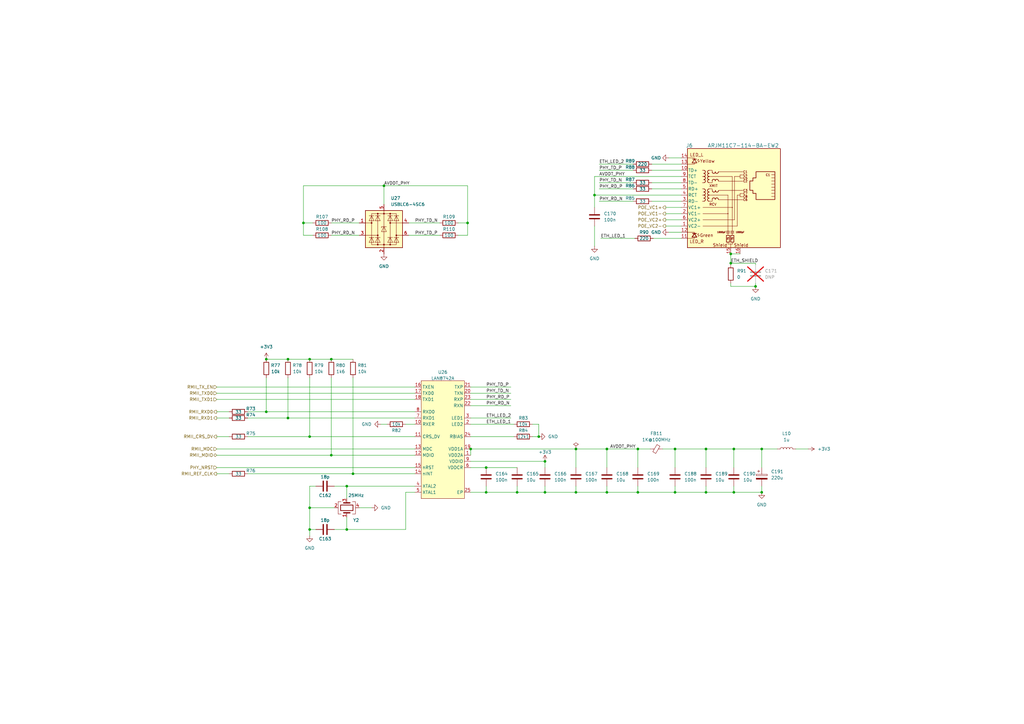
<source format=kicad_sch>
(kicad_sch (version 20230121) (generator eeschema)
  (paper "A3")
  (title_block (title "Kirdy") (date "2022-07-03") (rev "r0.1") (company "M-Labs") (comment 1 "Alex Wong Tat Hang"))
  (lib_symbols
    (symbol "Device:C" (pin_numbers hide) (pin_names (offset 0.254))
      (property "Reference" "C" (at 0.635 2.54 0))
      (property "Value" "C" (at 0.635 -2.54 0))
      (symbol "C_0_1"
        (polyline (pts (xy -2.032 -0.762) (xy 2.032 -0.762)) (stroke (width 0.508)))
        (polyline (pts (xy -2.032 0.762) (xy 2.032 0.762)) (stroke (width 0.508)))
      )
      (symbol "C_1_1"
        (pin passive line (at 0 3.81 270) (length 2.794) (name "~") (number "1"))
        (pin passive line (at 0 -3.81 90) (length 2.794) (name "~") (number "2"))
      )
    )
    (symbol "Device:C_Polarized" (pin_numbers hide) (pin_names (offset 0.254))
      (property "Reference" "C" (at 0.635 2.54 0))
      (property "Value" "C_Polarized" (at 0.635 -2.54 0))
      (symbol "C_Polarized_0_1"
        (rectangle (start -2.286 0.508) (end 2.286 1.016))
        (polyline (pts (xy -1.778 2.286) (xy -0.762 2.286)))
        (polyline (pts (xy -1.27 2.794) (xy -1.27 1.778)))
        (rectangle (start 2.286 -0.508) (end -2.286 -1.016) (fill (type outline)))
      )
      (symbol "C_Polarized_1_1"
        (pin passive line (at 0 3.81 270) (length 2.794) (name "~") (number "1"))
        (pin passive line (at 0 -3.81 90) (length 2.794) (name "~") (number "2"))
      )
    )
    (symbol "Device:Crystal_GND24" (pin_names (offset 1.016) hide)
      (property "Reference" "Y" (at 3.175 5.08 0))
      (property "Value" "Crystal_GND24" (at 3.175 3.175 0))
      (symbol "Crystal_GND24_0_1"
        (rectangle (start -1.143 2.54) (end 1.143 -2.54) (stroke (width 0.3048)))
        (polyline (pts (xy -2.54 0) (xy -2.032 0)))
        (polyline (pts (xy -2.032 -1.27) (xy -2.032 1.27)) (stroke (width 0.508)))
        (polyline (pts (xy 0 -3.81) (xy 0 -3.556)))
        (polyline (pts (xy 0 3.556) (xy 0 3.81)))
        (polyline (pts (xy 2.032 -1.27) (xy 2.032 1.27)) (stroke (width 0.508)))
        (polyline (pts (xy 2.032 0) (xy 2.54 0)))
        (polyline (pts (xy -2.54 -2.286) (xy -2.54 -3.556) (xy 2.54 -3.556) (xy 2.54 -2.286)))
        (polyline (pts (xy -2.54 2.286) (xy -2.54 3.556) (xy 2.54 3.556) (xy 2.54 2.286)))
      )
      (symbol "Crystal_GND24_1_1"
        (pin passive line (at -3.81 0 0) (length 1.27) (name "1") (number "1"))
        (pin passive line (at 0 5.08 270) (length 1.27) (name "2") (number "2"))
        (pin passive line (at 3.81 0 180) (length 1.27) (name "3") (number "3"))
        (pin passive line (at 0 -5.08 90) (length 1.27) (name "4") (number "4"))
      )
    )
    (symbol "Device:FerriteBead_Small" (pin_numbers hide) (pin_names (offset 0))
      (property "Reference" "FB" (at 1.905 1.27 0))
      (property "Value" "FerriteBead_Small" (at 1.905 -1.27 0))
      (symbol "FerriteBead_Small_0_1"
        (polyline (pts (xy 0 -1.27) (xy 0 -0.7874)))
        (polyline (pts (xy 0 0.889) (xy 0 1.2954)))
        (polyline (pts (xy -1.8288 0.2794) (xy -1.1176 1.4986) (xy 1.8288 -0.2032) (xy 1.1176 -1.4224) (xy -1.8288 0.2794)))
      )
      (symbol "FerriteBead_Small_1_1"
        (pin passive line (at 0 2.54 270) (length 1.27) (name "~") (number "1"))
        (pin passive line (at 0 -2.54 90) (length 1.27) (name "~") (number "2"))
      )
    )
    (symbol "Device:L" (pin_numbers hide) (pin_names (offset 1.016) hide)
      (property "Reference" "L" (at -1.27 0 90))
      (property "Value" "L" (at 1.905 0 90))
      (symbol "L_0_1"
        (arc (start 0 -2.54) (mid 0.6323 -1.905) (end 0 -1.27))
        (arc (start 0 -1.27) (mid 0.6323 -0.635) (end 0 0))
        (arc (start 0 0) (mid 0.6323 0.635) (end 0 1.27))
        (arc (start 0 1.27) (mid 0.6323 1.905) (end 0 2.54))
      )
      (symbol "L_1_1"
        (pin passive line (at 0 3.81 270) (length 1.27) (name "1") (number "1"))
        (pin passive line (at 0 -3.81 90) (length 1.27) (name "2") (number "2"))
      )
    )
    (symbol "Device:R" (pin_numbers hide) (pin_names (offset 0))
      (property "Reference" "R" (at 2.032 0 90))
      (property "Value" "R" (at 0 0 90))
      (symbol "R_0_1"
        (rectangle (start -1.016 -2.54) (end 1.016 2.54) (stroke (width 0.254)))
      )
      (symbol "R_1_1"
        (pin passive line (at 0 3.81 270) (length 1.27) (name "~") (number "1"))
        (pin passive line (at 0 -3.81 90) (length 1.27) (name "~") (number "2"))
      )
    )
    (symbol "Power_Protection:USBLC6-4SC6" (pin_names hide)
      (property "Reference" "U" (at 2.54 8.89 0))
      (property "Value" "USBLC6-4SC6" (at 2.54 -8.89 0))
      (symbol "USBLC6-4SC6_0_1"
        (rectangle (start -7.62 -7.62) (end 7.62 7.62) (stroke (width 0.254)) (fill (type background)))
        (circle (center -5.08 2.54) (radius 0.254) (fill (type outline)))
        (circle (center -2.54 -6.35) (radius 0.254) (fill (type outline)))
        (circle (center -2.54 -2.54) (radius 0.254) (fill (type outline)))
        (circle (center -2.54 6.35) (radius 0.254) (fill (type outline)))
        (rectangle (start -2.54 6.35) (end 2.54 -6.35))
        (circle (center 0 -6.35) (radius 0.254) (fill (type outline)))
        (polyline (pts (xy -5.08 2.54) (xy -7.62 2.54)))
        (polyline (pts (xy -4.064 -3.429) (xy -6.096 -3.429)))
        (polyline (pts (xy -4.064 5.461) (xy -6.096 5.461)))
        (polyline (pts (xy -2.54 -2.54) (xy -7.62 -2.54)))
        (polyline (pts (xy -1.524 -3.429) (xy -3.556 -3.429)))
        (polyline (pts (xy -1.524 5.461) (xy -3.556 5.461)))
        (polyline (pts (xy 0 -7.62) (xy 0 -6.35)))
        (polyline (pts (xy 0 -6.35) (xy 0 1.27)))
        (polyline (pts (xy 0 1.27) (xy 0 6.35)))
        (polyline (pts (xy 0 6.35) (xy 0 7.62)))
        (polyline (pts (xy 1.524 -3.429) (xy 3.556 -3.429)))
        (polyline (pts (xy 1.524 5.461) (xy 3.556 5.461)))
        (polyline (pts (xy 2.54 2.54) (xy 7.62 2.54)))
        (polyline (pts (xy 4.064 -3.429) (xy 6.096 -3.429)))
        (polyline (pts (xy 4.064 5.461) (xy 6.096 5.461)))
        (polyline (pts (xy 5.08 -2.54) (xy 7.62 -2.54)))
        (polyline (pts (xy -6.096 -5.461) (xy -4.064 -5.461) (xy -5.08 -3.429) (xy -6.096 -5.461)))
        (polyline (pts (xy -6.096 3.429) (xy -4.064 3.429) (xy -5.08 5.461) (xy -6.096 3.429)))
        (polyline (pts (xy -3.556 -5.461) (xy -1.524 -5.461) (xy -2.54 -3.429) (xy -3.556 -5.461)))
        (polyline (pts (xy -3.556 3.429) (xy -1.524 3.429) (xy -2.54 5.461) (xy -3.556 3.429)))
        (polyline (pts (xy -2.54 6.35) (xy -5.08 6.35) (xy -5.08 -6.35) (xy -2.54 -6.35)))
        (polyline (pts (xy -1.016 -1.016) (xy 1.016 -1.016) (xy 0 1.016) (xy -1.016 -1.016)))
        (polyline (pts (xy 1.016 1.016) (xy 0.762 1.016) (xy -1.016 1.016) (xy -1.016 0.508)))
        (polyline (pts (xy 2.54 6.35) (xy 5.08 6.35) (xy 5.08 -6.35) (xy 2.54 -6.35)))
        (polyline (pts (xy 3.556 -5.461) (xy 1.524 -5.461) (xy 2.54 -3.429) (xy 3.556 -5.461)))
        (polyline (pts (xy 3.556 3.429) (xy 1.524 3.429) (xy 2.54 5.461) (xy 3.556 3.429)))
        (polyline (pts (xy 6.096 -5.461) (xy 4.064 -5.461) (xy 5.08 -3.429) (xy 6.096 -5.461)))
        (polyline (pts (xy 6.096 3.429) (xy 4.064 3.429) (xy 5.08 5.461) (xy 6.096 3.429)))
        (circle (center 0 6.35) (radius 0.254) (fill (type outline)))
        (circle (center 2.54 -6.35) (radius 0.254) (fill (type outline)))
        (circle (center 2.54 2.54) (radius 0.254) (fill (type outline)))
        (circle (center 2.54 6.35) (radius 0.254) (fill (type outline)))
        (circle (center 5.08 -2.54) (radius 0.254) (fill (type outline)))
      )
      (symbol "USBLC6-4SC6_1_1"
        (pin passive line (at -10.16 2.54 0) (length 2.54) (name "I/O1") (number "1"))
        (pin passive line (at 0 -10.16 90) (length 2.54) (name "GND") (number "2"))
        (pin passive line (at -10.16 -2.54 0) (length 2.54) (name "I/O2") (number "3"))
        (pin passive line (at 10.16 2.54 180) (length 2.54) (name "I/O3") (number "4"))
        (pin passive line (at 0 10.16 270) (length 2.54) (name "VBUS") (number "5"))
        (pin passive line (at 10.16 -2.54 180) (length 2.54) (name "I/O4") (number "6"))
      )
    )
    (symbol "kirdy:LAN8742A"
      (property "Reference" "U" (at 0 -30.48 0))
      (property "Value" "LAN8742A" (at 0 -27.94 0))
      (symbol "LAN8742A_0_0"
        (pin power_in line (at 10.16 -7.62 180) (length 2.54) (name "VDD2A") (number "1"))
        (pin bidirectional line (at -12.7 5.08 0) (length 2.54) (name "RXER") (number "10"))
        (pin output line (at -12.7 0 0) (length 2.54) (name "CRS_DV") (number "11"))
        (pin bidirectional line (at -12.7 -7.62 0) (length 2.54) (name "MDIO") (number "12"))
        (pin input line (at -12.7 -5.08 0) (length 2.54) (name "MDC") (number "13"))
        (pin output line (at -12.7 -15.24 0) (length 2.54) (name "nINT") (number "14"))
        (pin input line (at -12.7 -12.7 0) (length 2.54) (name "nRST") (number "15"))
        (pin input line (at -12.7 20.32 0) (length 2.54) (name "TXEN") (number "16"))
        (pin input line (at -12.7 17.78 0) (length 2.54) (name "TXD0") (number "17"))
        (pin input line (at -12.7 15.24 0) (length 2.54) (name "TXD1") (number "18"))
        (pin power_in line (at 10.16 -5.08 180) (length 2.54) (name "VDD1A") (number "19"))
        (pin output line (at 10.16 5.08 180) (length 2.54) (name "LED2") (number "2"))
        (pin bidirectional line (at 10.16 17.78 180) (length 2.54) (name "TXN") (number "20"))
        (pin bidirectional line (at 10.16 20.32 180) (length 2.54) (name "TXP") (number "21"))
        (pin bidirectional line (at 10.16 12.7 180) (length 2.54) (name "RXN") (number "22"))
        (pin bidirectional line (at 10.16 15.24 180) (length 2.54) (name "RXP") (number "23"))
        (pin passive line (at 10.16 0 180) (length 2.54) (name "RBIAS") (number "24"))
        (pin power_in line (at 10.16 -22.86 180) (length 2.54) (name "EP") (number "25"))
        (pin output line (at 10.16 7.62 180) (length 2.54) (name "LED1") (number "3"))
        (pin input line (at -12.7 -20.32 0) (length 2.54) (name "XTAL2") (number "4"))
        (pin input line (at -12.7 -22.86 0) (length 2.54) (name "XTAL1") (number "5"))
        (pin passive line (at 10.16 -12.7 180) (length 2.54) (name "VDDCR") (number "6"))
        (pin output line (at -12.7 7.62 0) (length 2.54) (name "RXD1") (number "7"))
        (pin output line (at -12.7 10.16 0) (length 2.54) (name "RXD0") (number "8"))
        (pin power_in line (at 10.16 -10.16 180) (length 2.54) (name "VDDIO") (number "9"))
      )
      (symbol "LAN8742A_0_1"
        (rectangle (start -10.16 22.86) (end 7.62 -25.4) (fill (type background)))
      )
    )
    (symbol "kirdy:RJ45_ARJM11C7-114-BA-EW2" (pin_names (offset 0.254))
      (property "Reference" "J" (at 1.27 1.27 0))
      (property "Value" "ARJM11C7-114-BA-EW2" (at 24.13 1.27 0))
      (symbol "RJ45_ARJM11C7-114-BA-EW2_0_0"
        (polyline (pts (xy 17.272 -34.544) (xy 16.002 -34.544)) (stroke (width 0.254)))
        (polyline (pts (xy 17.272 -33.909) (xy 16.002 -33.909)) (stroke (width 0.254)))
        (polyline (pts (xy 19.05 -34.544) (xy 17.78 -34.544)) (stroke (width 0.254)))
        (polyline (pts (xy 19.05 -33.909) (xy 17.78 -33.909)) (stroke (width 0.254)))
        (polyline (pts (xy 0 -36.83) (xy 2.921 -36.83) (xy 2.921 -36.322)))
        (polyline (pts (xy 0 -6.35) (xy 2.921 -6.35) (xy 2.921 -5.842)))
        (polyline (pts (xy 2.921 -34.925) (xy 2.921 -34.29) (xy 0 -34.29)))
        (polyline (pts (xy 2.921 -4.445) (xy 2.921 -3.81) (xy 0 -3.81)))
        (polyline (pts (xy 16.637 -38.481) (xy 16.637 -39.116) (xy 18.542 -39.116) (xy 18.542 -38.481)))
        (text "C1" (at 23.749 -9.525 0) (effects (font (size 0.889 0.889))))
        (text "C1" (at 33.02 -10.795 0) (effects (font (size 0.889 0.889))))
        (text "C2" (at 23.749 -13.335 0) (effects (font (size 0.889 0.889))))
        (text "C3" (at 23.749 -17.145 0) (effects (font (size 0.889 0.889))))
        (text "C4" (at 23.749 -10.795 0) (effects (font (size 0.889 0.889))))
        (text "C5" (at 23.749 -12.065 0) (effects (font (size 0.889 0.889))))
        (text "C6" (at 23.749 -20.955 0) (effects (font (size 0.889 0.889))))
        (text "C7" (at 23.749 -18.415 0) (effects (font (size 0.889 0.889))))
        (text "C8" (at 23.749 -19.685 0) (effects (font (size 0.889 0.889))))
        (text "RCV" (at 8.89 -22.86 0) (effects (font (size 1.016 1.016)) (justify left)))
        (text "XMIT" (at 8.89 -15.24 0) (effects (font (size 1.016 1.016)) (justify left)))
      )
      (symbol "RJ45_ARJM11C7-114-BA-EW2_0_1"
        (polyline (pts (xy 6.35 -31.75) (xy 20.447 -31.75)))
        (polyline (pts (xy 6.35 -29.21) (xy 19.304 -29.21)))
        (polyline (pts (xy 6.35 -26.67) (xy 16.637 -26.67)))
        (polyline (pts (xy 6.35 -24.13) (xy 18.415 -24.13)))
        (polyline (pts (xy 6.7337 -21.59) (xy 6.0987 -21.59)))
        (polyline (pts (xy 6.7337 -19.05) (xy 6.0987 -19.05)))
        (polyline (pts (xy 6.7337 -16.51) (xy 6.0987 -16.51)))
        (polyline (pts (xy 6.7337 -13.97) (xy 6.0987 -13.97)))
        (polyline (pts (xy 6.7337 -11.43) (xy 6.0987 -11.43)))
        (polyline (pts (xy 6.7337 -8.89) (xy 6.0987 -8.89)))
        (polyline (pts (xy 12.7 -20.955) (xy 22.733 -20.955)))
        (polyline (pts (xy 12.7 -13.335) (xy 22.733 -13.335)))
        (polyline (pts (xy 12.7 -9.525) (xy 22.733 -9.525)))
        (polyline (pts (xy 12.827 -17.145) (xy 22.733 -17.145)))
        (polyline (pts (xy 16.637 -35.433) (xy 16.637 -34.671)))
        (polyline (pts (xy 16.637 -33.909) (xy 16.637 -19.05)))
        (polyline (pts (xy 16.637 -19.05) (xy 8.89 -19.05)))
        (polyline (pts (xy 18.415 -35.433) (xy 18.415 -34.671)))
        (polyline (pts (xy 18.415 -33.909) (xy 18.415 -11.43)))
        (polyline (pts (xy 18.415 -24.13) (xy 18.415 -24.13)))
        (polyline (pts (xy 18.415 -11.43) (xy 8.89 -11.43)))
        (polyline (pts (xy 19.304 -11.43) (xy 19.304 -29.21)))
        (polyline (pts (xy 20.447 -19.05) (xy 20.447 -31.75)))
        (polyline (pts (xy 21.59 -19.685) (xy 21.59 -18.415)))
        (polyline (pts (xy 21.59 -19.05) (xy 20.447 -19.05)))
        (polyline (pts (xy 21.59 -12.065) (xy 21.59 -10.795)))
        (polyline (pts (xy 21.59 -11.43) (xy 19.304 -11.43)))
        (polyline (pts (xy 22.733 -19.685) (xy 21.59 -19.685)))
        (polyline (pts (xy 22.733 -18.415) (xy 21.59 -18.415)))
        (polyline (pts (xy 22.733 -12.065) (xy 21.59 -12.065)))
        (polyline (pts (xy 22.733 -10.795) (xy 21.59 -10.795)))
        (polyline (pts (xy 34.4805 -19.6215) (xy 35.7505 -19.6215)))
        (polyline (pts (xy 34.4805 -18.3515) (xy 35.7505 -18.3515)))
        (polyline (pts (xy 34.4805 -10.7315) (xy 35.7505 -10.7315)))
        (polyline (pts (xy 35.7505 -17.0815) (xy 34.4805 -17.0815)))
        (polyline (pts (xy 35.7505 -15.8115) (xy 34.4805 -15.8115)))
        (polyline (pts (xy 35.7505 -14.5415) (xy 34.4805 -14.5415)))
        (polyline (pts (xy 35.7505 -13.2715) (xy 34.4805 -13.2715)))
        (polyline (pts (xy 35.7505 -12.0015) (xy 34.4805 -12.0015)))
        (polyline (pts (xy 8.89 -16.51) (xy 10.16 -16.51) (xy 10.16 -17.145)))
        (polyline (pts (xy 8.89 -8.89) (xy 10.16 -8.89) (xy 10.16 -9.525)))
        (polyline (pts (xy 10.16 -20.955) (xy 10.16 -21.59) (xy 8.89 -21.59)))
        (polyline (pts (xy 10.16 -13.335) (xy 10.16 -13.97) (xy 8.89 -13.97)))
        (rectangle (start 0 0) (end 38.1 -40.64) (stroke (width 0.254)) (fill (type background)))
        (circle (center 16.637 -26.67) (radius 0.127))
        (circle (center 18.415 -24.13) (radius 0.127))
      )
      (symbol "RJ45_ARJM11C7-114-BA-EW2_1_0"
        (text "1000pF" (at 13.97 -34.29 0) (effects (font (size 0.635 0.635))))
        (text "1000pF" (at 21.59 -34.29 0) (effects (font (size 0.635 0.635))))
      )
      (symbol "RJ45_ARJM11C7-114-BA-EW2_1_1"
        (polyline (pts (xy 3.6576 -34.798) (xy 2.1336 -34.798)) (stroke (width 0.254)))
        (polyline (pts (xy 3.683 -34.798) (xy 2.159 -34.798)) (stroke (width 0.254)))
        (polyline (pts (xy 3.683 -4.318) (xy 2.159 -4.318)) (stroke (width 0.254)))
        (polyline (pts (xy 4.5466 -34.925) (xy 4.5466 -35.179)))
        (polyline (pts (xy 4.572 -4.445) (xy 4.572 -4.699)))
        (polyline (pts (xy 4.8006 -35.56) (xy 4.8006 -35.814)))
        (polyline (pts (xy 4.826 -5.08) (xy 4.826 -5.334)))
        (polyline (pts (xy 17.8054 -40.64) (xy 17.8054 -39.116)))
        (polyline (pts (xy 4.0386 -35.433) (xy 4.5466 -34.925) (xy 4.2926 -34.925)))
        (polyline (pts (xy 4.064 -4.953) (xy 4.572 -4.445) (xy 4.318 -4.445)))
        (polyline (pts (xy 4.2926 -36.068) (xy 4.8006 -35.56) (xy 4.5466 -35.56)))
        (polyline (pts (xy 4.318 -5.588) (xy 4.826 -5.08) (xy 4.572 -5.08)))
        (polyline (pts (xy 3.7846 -36.322) (xy 1.8796 -36.322) (xy 2.8956 -34.798) (xy 3.7846 -36.322)) (stroke (width 0.254)))
        (polyline (pts (xy 3.81 -36.322) (xy 1.905 -36.322) (xy 2.921 -34.798) (xy 3.81 -36.322)) (stroke (width 0.254)))
        (polyline (pts (xy 3.81 -5.842) (xy 1.905 -5.842) (xy 2.921 -4.318) (xy 3.81 -5.842)) (stroke (width 0.254)))
        (polyline (pts (xy 35.8775 -9.4615) (xy 35.8775 -20.8915) (xy 28.1305 -20.8915) (xy 28.1305 -18.3515) (xy 26.8605 -18.3515) (xy 26.8605 -17.0815) (xy 25.5905 -17.0815) (xy 25.5905 -13.2715) (xy 26.8605 -13.2715) (xy 26.8605 -12.0015) (xy 28.1305 -12.0015) (xy 28.1305 -9.4615) (xy 35.8775 -9.4615)) (stroke (width 0.254)))
        (arc (start 6.7337 -17.78) (mid 7.366 -17.145) (end 6.7337 -16.51) (stroke (width 0.254)))
        (arc (start 6.7364 -21.59) (mid 7.3687 -20.955) (end 6.7364 -20.32) (stroke (width 0.254)))
        (arc (start 6.7364 -20.32) (mid 7.3687 -19.685) (end 6.7364 -19.05) (stroke (width 0.254)))
        (arc (start 6.7364 -19.05) (mid 7.3687 -18.415) (end 6.7364 -17.78) (stroke (width 0.254)))
        (arc (start 6.7364 -10.16) (mid 7.3687 -9.525) (end 6.7364 -8.89) (stroke (width 0.254)))
        (arc (start 6.7391 -13.97) (mid 7.3714 -13.335) (end 6.7391 -12.7) (stroke (width 0.254)))
        (arc (start 6.7391 -12.7) (mid 7.3714 -12.065) (end 6.7391 -11.43) (stroke (width 0.254)))
        (arc (start 6.7391 -11.43) (mid 7.3714 -10.795) (end 6.7391 -10.16) (stroke (width 0.254)))
        (arc (start 8.8846 -19.05) (mid 8.2523 -19.685) (end 8.8846 -20.32) (stroke (width 0.254)))
        (arc (start 8.8846 -17.78) (mid 8.2523 -18.415) (end 8.8846 -19.05) (stroke (width 0.254)))
        (arc (start 8.8846 -16.51) (mid 8.2523 -17.145) (end 8.8846 -17.78) (stroke (width 0.254)))
        (arc (start 8.8846 -11.43) (mid 8.2523 -12.065) (end 8.8846 -12.7) (stroke (width 0.254)))
        (arc (start 8.8846 -10.16) (mid 8.2523 -10.795) (end 8.8846 -11.43) (stroke (width 0.254)))
        (arc (start 8.8846 -8.89) (mid 8.2523 -9.525) (end 8.8846 -10.16) (stroke (width 0.254)))
        (arc (start 8.8873 -20.32) (mid 8.255 -20.955) (end 8.8873 -21.59) (stroke (width 0.254)))
        (arc (start 8.8873 -12.7) (mid 8.255 -13.335) (end 8.8873 -13.97) (stroke (width 0.254)))
        (arc (start 10.16 -9.5277) (mid 10.795 -10.16) (end 11.43 -9.5277) (stroke (width 0.254)))
        (arc (start 10.2235 -17.2112) (mid 10.8585 -17.8435) (end 11.4935 -17.2112) (stroke (width 0.254)))
        (arc (start 11.43 -20.8253) (mid 10.795 -20.193) (end 10.16 -20.8253) (stroke (width 0.254)))
        (arc (start 11.43 -13.2053) (mid 10.795 -12.573) (end 10.16 -13.2053) (stroke (width 0.254)))
        (arc (start 11.43 -9.525) (mid 12.065 -10.1573) (end 12.7 -9.525) (stroke (width 0.254)))
        (arc (start 11.4935 -17.2085) (mid 12.1285 -17.8408) (end 12.7635 -17.2085) (stroke (width 0.254)))
        (arc (start 12.7 -20.8226) (mid 12.065 -20.1903) (end 11.43 -20.8226) (stroke (width 0.254)))
        (arc (start 12.7 -13.2026) (mid 12.065 -12.5703) (end 11.43 -13.2026) (stroke (width 0.254)))
        (rectangle (start 16.002 -38.354) (end 17.272 -35.56) (stroke (width 0.254)))
        (rectangle (start 17.78 -38.354) (end 19.05 -35.56) (stroke (width 0.254)))
        (text "75" (at 16.637 -36.957 900) (effects (font (size 0.635 0.635))))
        (text "75" (at 18.415 -36.957 900) (effects (font (size 0.635 0.635))))
        (text "Green" (at 5.08 -35.56 0) (effects (font (size 1.27 1.27)) (justify left)))
        (text "LED_L" (at 3.81 -2.54 0) (effects (font (size 1.27 1.27))))
        (text "LED_R" (at 3.81 -38.1 0) (effects (font (size 1.27 1.27))))
        (text "Shield" (at 13.3858 -39.5986 0) (effects (font (size 1.27 1.27))))
        (text "Shield" (at 22.0218 -39.5986 0) (effects (font (size 1.27 1.27))))
        (text "Yellow" (at 5.08 -5.08 0) (effects (font (size 1.27 1.27)) (justify left)))
        (pin power_out line (at -2.54 -31.75 0) (length 2.54) (name "VC2-") (number "1"))
        (pin passive line (at -2.54 -8.89 0) (length 2.54) (name "TD+") (number "10"))
        (pin passive line (at -2.54 -36.83 0) (length 2.54) (name "") (number "11"))
        (pin passive line (at -2.54 -34.29 0) (length 2.54) (name "") (number "12"))
        (pin passive line (at -2.54 -6.35 0) (length 2.54) (name "") (number "13"))
        (pin passive line (at -2.54 -3.81 0) (length 2.54) (name "") (number "14"))
        (pin passive line (at 17.78 -43.18 90) (length 2.54) (name "") (number "15"))
        (pin passive line (at 21.59 -43.18 90) (length 2.54) (name "") (number "16"))
        (pin power_out line (at -2.54 -26.67 0) (length 2.54) (name "VC1-") (number "2"))
        (pin passive line (at -2.54 -21.59 0) (length 2.54) (name "RD-") (number "3"))
        (pin passive line (at -2.54 -19.05 0) (length 2.54) (name "RCT") (number "4"))
        (pin passive line (at -2.54 -16.51 0) (length 2.54) (name "RD+") (number "5"))
        (pin power_out line (at -2.54 -29.21 0) (length 2.54) (name "VC2+") (number "6"))
        (pin power_out line (at -2.54 -24.13 0) (length 2.54) (name "VC1+") (number "7"))
        (pin no_connect line (at 22.86 -13.97 180) (length 0) hide (name "NC") (number "8"))
        (pin passive line (at -2.54 -13.97 0) (length 2.54) (name "TD-") (number "8"))
        (pin passive line (at -2.54 -11.43 0) (length 2.54) (name "TCT") (number "9"))
      )
    )
    (symbol "power:+3V3" (power) (pin_names (offset 0))
      (property "Value" "+3V3" (at 0 3.556 0))
      (symbol "+3V3_0_1"
        (polyline (pts (xy -0.762 1.27) (xy 0 2.54)))
        (polyline (pts (xy 0 0) (xy 0 2.54)))
        (polyline (pts (xy 0 2.54) (xy 0.762 1.27)))
      )
      (symbol "+3V3_1_1"
        (pin power_in line (at 0 0 90) (length 0) hide (name "+3V3") (number "1"))
      )
    )
    (symbol "power:GND" (power) (pin_names (offset 0))
      (property "Value" "GND" (at 0 -3.81 0))
      (symbol "GND_0_1"
        (polyline (pts (xy 0 0) (xy 0 -1.27) (xy 1.27 -1.27) (xy 0 -2.54) (xy -1.27 -1.27) (xy 0 -1.27)))
      )
      (symbol "GND_1_1"
        (pin power_in line (at 0 0 270) (length 0) hide (name "GND") (number "1"))
      )
    )
    (symbol "power:PWR_FLAG" (power) (pin_numbers hide) (pin_names (offset 0) hide)
      (property "Value" "PWR_FLAG" (at 0 3.81 0))
      (symbol "PWR_FLAG_0_0"
        (pin power_out line (at 0 0 90) (length 0) (name "pwr") (number "1"))
      )
      (symbol "PWR_FLAG_0_1"
        (polyline (pts (xy 0 0) (xy 0 1.27) (xy -1.016 1.905) (xy 0 2.54) (xy 1.016 1.905) (xy 0 1.27)))
      )
    )
  )
  (junction (at 312.42 184.15))
  (junction (at 223.52 201.93))
  (junction (at 127 217.17))
  (junction (at 157.48 76.2))
  (junction (at 109.22 168.91))
  (junction (at 300.99 201.93))
  (junction (at 135.89 147.32))
  (junction (at 191.77 91.44))
  (junction (at 300.99 184.15))
  (junction (at 236.22 184.15))
  (junction (at 135.89 186.69))
  (junction (at 212.09 201.93))
  (junction (at 248.92 184.15))
  (junction (at 127 147.32))
  (junction (at 109.22 147.32))
  (junction (at 289.56 184.15))
  (junction (at 118.11 171.45))
  (junction (at 144.78 194.31))
  (junction (at 312.42 201.93))
  (junction (at 220.98 179.07))
  (junction (at 309.88 117.475))
  (junction (at 236.22 201.93))
  (junction (at 276.86 201.93))
  (junction (at 199.39 201.93))
  (junction (at 127 208.28))
  (junction (at 261.62 201.93))
  (junction (at 142.24 217.17))
  (junction (at 199.39 191.77))
  (junction (at 299.72 107.95))
  (junction (at 276.86 184.15))
  (junction (at 243.84 80.01))
  (junction (at 127 179.07))
  (junction (at 261.62 184.15))
  (junction (at 248.92 201.93))
  (junction (at 223.52 189.23))
  (junction (at 124.46 91.44))
  (junction (at 118.11 147.32))
  (junction (at 142.24 199.39))
  (junction (at 193.04 184.15))
  (junction (at 289.56 201.93))
  (junction (at 299.72 104.14))
  (wire (pts (xy 127 147.32) (xy 135.89 147.32)))
  (wire (pts (xy 289.56 184.15) (xy 300.99 184.15)))
  (wire (pts (xy 273.05 92.71) (xy 279.4 92.71)))
  (wire (pts (xy 276.86 184.15) (xy 289.56 184.15)))
  (wire (pts (xy 88.9 186.69) (xy 135.89 186.69)))
  (wire (pts (xy 212.09 199.39) (xy 212.09 201.93)))
  (wire (pts (xy 273.05 90.17) (xy 279.4 90.17)))
  (wire (pts (xy 246.38 97.79) (xy 260.35 97.79)))
  (wire (pts (xy 191.77 91.44) (xy 187.96 91.44)))
  (wire (pts (xy 124.46 76.2) (xy 157.48 76.2)))
  (wire (pts (xy 236.22 199.39) (xy 236.22 201.93)))
  (wire (pts (xy 245.745 77.47) (xy 259.715 77.47)))
  (wire (pts (xy 193.04 179.07) (xy 210.82 179.07)))
  (wire (pts (xy 220.98 173.99) (xy 220.98 179.07)))
  (wire (pts (xy 191.77 91.44) (xy 191.77 76.2)))
  (wire (pts (xy 193.04 166.37) (xy 209.55 166.37)))
  (wire (pts (xy 88.9 168.91) (xy 93.98 168.91)))
  (wire (pts (xy 191.77 96.52) (xy 187.96 96.52)))
  (wire (pts (xy 236.22 201.93) (xy 248.92 201.93)))
  (wire (pts (xy 245.745 69.85) (xy 259.715 69.85)))
  (wire (pts (xy 109.22 154.94) (xy 109.22 168.91)))
  (wire (pts (xy 88.9 171.45) (xy 93.98 171.45)))
  (wire (pts (xy 243.84 72.39) (xy 243.84 80.01)))
  (wire (pts (xy 245.745 82.55) (xy 259.715 82.55)))
  (wire (pts (xy 135.89 96.52) (xy 147.32 96.52)))
  (wire (pts (xy 127 154.94) (xy 127 179.07)))
  (wire (pts (xy 300.99 199.39) (xy 300.99 201.93)))
  (wire (pts (xy 326.39 184.15) (xy 331.47 184.15)))
  (wire (pts (xy 289.56 201.93) (xy 276.86 201.93)))
  (wire (pts (xy 127 208.28) (xy 137.16 208.28)))
  (wire (pts (xy 166.37 201.93) (xy 170.18 201.93)))
  (wire (pts (xy 273.05 85.09) (xy 279.4 85.09)))
  (wire (pts (xy 309.88 116.205) (xy 309.88 117.475)))
  (wire (pts (xy 137.16 217.17) (xy 142.24 217.17)))
  (wire (pts (xy 312.42 199.39) (xy 312.42 201.93)))
  (wire (pts (xy 267.97 97.79) (xy 279.4 97.79)))
  (wire (pts (xy 127 208.28) (xy 127 199.39)))
  (wire (pts (xy 312.42 184.15) (xy 312.42 191.77)))
  (wire (pts (xy 135.89 91.44) (xy 147.32 91.44)))
  (wire (pts (xy 199.39 191.77) (xy 212.09 191.77)))
  (wire (pts (xy 142.24 199.39) (xy 170.18 199.39)))
  (wire (pts (xy 144.78 194.31) (xy 170.18 194.31)))
  (wire (pts (xy 193.04 184.15) (xy 193.04 186.69)))
  (wire (pts (xy 147.32 208.28) (xy 152.4 208.28)))
  (wire (pts (xy 261.62 184.15) (xy 261.62 191.77)))
  (wire (pts (xy 199.39 201.93) (xy 212.09 201.93)))
  (wire (pts (xy 289.56 199.39) (xy 289.56 201.93)))
  (wire (pts (xy 223.52 201.93) (xy 236.22 201.93)))
  (wire (pts (xy 267.335 67.31) (xy 279.4 67.31)))
  (wire (pts (xy 118.11 171.45) (xy 170.18 171.45)))
  (wire (pts (xy 248.92 199.39) (xy 248.92 201.93)))
  (wire (pts (xy 88.9 194.31) (xy 93.98 194.31)))
  (wire (pts (xy 101.6 179.07) (xy 127 179.07)))
  (wire (pts (xy 218.44 179.07) (xy 220.98 179.07)))
  (wire (pts (xy 127 219.71) (xy 127 217.17)))
  (wire (pts (xy 261.62 201.93) (xy 261.62 199.39)))
  (wire (pts (xy 193.04 158.75) (xy 209.55 158.75)))
  (wire (pts (xy 261.62 184.15) (xy 266.7 184.15)))
  (wire (pts (xy 88.9 184.15) (xy 170.18 184.15)))
  (wire (pts (xy 223.52 199.39) (xy 223.52 201.93)))
  (wire (pts (xy 248.92 184.15) (xy 261.62 184.15)))
  (wire (pts (xy 193.04 184.15) (xy 236.22 184.15)))
  (wire (pts (xy 274.32 64.77) (xy 279.4 64.77)))
  (wire (pts (xy 144.78 154.94) (xy 144.78 194.31)))
  (wire (pts (xy 88.9 179.07) (xy 93.98 179.07)))
  (wire (pts (xy 193.04 191.77) (xy 199.39 191.77)))
  (wire (pts (xy 88.9 191.77) (xy 170.18 191.77)))
  (wire (pts (xy 157.48 76.2) (xy 191.77 76.2)))
  (wire (pts (xy 276.86 184.15) (xy 276.86 191.77)))
  (wire (pts (xy 88.9 158.75) (xy 170.18 158.75)))
  (wire (pts (xy 193.04 201.93) (xy 199.39 201.93)))
  (wire (pts (xy 166.37 173.99) (xy 170.18 173.99)))
  (wire (pts (xy 193.04 173.99) (xy 210.82 173.99)))
  (wire (pts (xy 127 217.17) (xy 129.54 217.17)))
  (wire (pts (xy 218.44 173.99) (xy 220.98 173.99)))
  (wire (pts (xy 289.56 184.15) (xy 289.56 191.77)))
  (wire (pts (xy 309.88 107.95) (xy 309.88 108.585)))
  (wire (pts (xy 167.64 91.44) (xy 180.34 91.44)))
  (wire (pts (xy 299.72 107.95) (xy 309.88 107.95)))
  (wire (pts (xy 274.32 95.25) (xy 279.4 95.25)))
  (wire (pts (xy 312.42 201.93) (xy 300.99 201.93)))
  (wire (pts (xy 243.84 100.965) (xy 243.84 92.71)))
  (wire (pts (xy 118.11 147.32) (xy 127 147.32)))
  (wire (pts (xy 167.64 96.52) (xy 180.34 96.52)))
  (wire (pts (xy 243.84 80.01) (xy 279.4 80.01)))
  (wire (pts (xy 127 199.39) (xy 129.54 199.39)))
  (wire (pts (xy 267.335 74.93) (xy 279.4 74.93)))
  (wire (pts (xy 124.46 91.44) (xy 124.46 96.52)))
  (wire (pts (xy 299.72 104.14) (xy 299.72 107.95)))
  (wire (pts (xy 109.22 168.91) (xy 170.18 168.91)))
  (wire (pts (xy 142.24 217.17) (xy 166.37 217.17)))
  (wire (pts (xy 299.72 104.14) (xy 303.53 104.14)))
  (wire (pts (xy 299.72 117.475) (xy 309.88 117.475)))
  (wire (pts (xy 191.77 91.44) (xy 191.77 96.52)))
  (wire (pts (xy 118.11 154.94) (xy 118.11 171.45)))
  (wire (pts (xy 300.99 201.93) (xy 289.56 201.93)))
  (wire (pts (xy 124.46 91.44) (xy 124.46 76.2)))
  (wire (pts (xy 273.05 87.63) (xy 279.4 87.63)))
  (wire (pts (xy 267.335 69.85) (xy 279.4 69.85)))
  (wire (pts (xy 276.86 199.39) (xy 276.86 201.93)))
  (wire (pts (xy 127 217.17) (xy 127 208.28)))
  (wire (pts (xy 243.84 72.39) (xy 279.4 72.39)))
  (wire (pts (xy 193.04 189.23) (xy 223.52 189.23)))
  (wire (pts (xy 135.89 186.69) (xy 170.18 186.69)))
  (wire (pts (xy 124.46 91.44) (xy 128.27 91.44)))
  (wire (pts (xy 142.24 204.47) (xy 142.24 199.39)))
  (wire (pts (xy 127 179.07) (xy 170.18 179.07)))
  (wire (pts (xy 243.84 80.01) (xy 243.84 85.09)))
  (wire (pts (xy 300.99 184.15) (xy 300.99 191.77)))
  (wire (pts (xy 236.22 184.15) (xy 236.22 191.77)))
  (wire (pts (xy 88.9 163.83) (xy 170.18 163.83)))
  (wire (pts (xy 245.745 74.93) (xy 259.715 74.93)))
  (wire (pts (xy 124.46 96.52) (xy 128.27 96.52)))
  (wire (pts (xy 276.86 201.93) (xy 261.62 201.93)))
  (wire (pts (xy 248.92 184.15) (xy 248.92 191.77)))
  (wire (pts (xy 135.89 147.32) (xy 144.78 147.32)))
  (wire (pts (xy 142.24 212.09) (xy 142.24 217.17)))
  (wire (pts (xy 300.99 184.15) (xy 312.42 184.15)))
  (wire (pts (xy 166.37 217.17) (xy 166.37 201.93)))
  (wire (pts (xy 193.04 171.45) (xy 209.55 171.45)))
  (wire (pts (xy 271.78 184.15) (xy 276.86 184.15)))
  (wire (pts (xy 312.42 184.15) (xy 318.77 184.15)))
  (wire (pts (xy 101.6 168.91) (xy 109.22 168.91)))
  (wire (pts (xy 101.6 171.45) (xy 118.11 171.45)))
  (wire (pts (xy 212.09 201.93) (xy 223.52 201.93)))
  (wire (pts (xy 299.72 116.205) (xy 299.72 117.475)))
  (wire (pts (xy 193.04 161.29) (xy 209.55 161.29)))
  (wire (pts (xy 236.22 184.15) (xy 248.92 184.15)))
  (wire (pts (xy 267.335 77.47) (xy 279.4 77.47)))
  (wire (pts (xy 193.04 163.83) (xy 209.55 163.83)))
  (wire (pts (xy 267.335 82.55) (xy 279.4 82.55)))
  (wire (pts (xy 245.745 67.31) (xy 259.715 67.31)))
  (wire (pts (xy 101.6 194.31) (xy 144.78 194.31)))
  (wire (pts (xy 137.16 199.39) (xy 142.24 199.39)))
  (wire (pts (xy 157.48 76.2) (xy 157.48 83.82)))
  (wire (pts (xy 248.92 201.93) (xy 261.62 201.93)))
  (wire (pts (xy 109.22 147.32) (xy 118.11 147.32)))
  (wire (pts (xy 299.72 107.95) (xy 299.72 108.585)))
  (wire (pts (xy 135.89 154.94) (xy 135.89 186.69)))
  (wire (pts (xy 223.52 189.23) (xy 223.52 191.77)))
  (wire (pts (xy 199.39 199.39) (xy 199.39 201.93)))
  (wire (pts (xy 156.21 173.99) (xy 158.75 173.99)))
  (wire (pts (xy 88.9 161.29) (xy 170.18 161.29)))
  (label "PHY_TD_P" (at 199.39 158.75 0))
  (label "ETH_LED_2" (at 245.745 67.31 0))
  (label "PHY_RD_P" (at 245.745 77.47 0))
  (label "AVDDT_PHY" (at 157.48 76.2 0))
  (label "PHY_TD_P" (at 245.745 69.85 0))
  (label "PHY_TD_N" (at 199.39 161.29 0))
  (label "PHY_RD_P" (at 199.39 163.83 0))
  (label "PHY_TD_N" (at 170.18 91.44 0))
  (label "PHY_RD_N" (at 199.39 166.37 0))
  (label "ETH_LED_2" (at 199.39 171.45 0))
  (label "AVDDT_PHY" (at 245.745 72.39 0))
  (label "PHY_RD_N" (at 245.745 82.55 0))
  (label "PHY_TD_N" (at 245.745 74.93 0))
  (label "PHY_RD_P" (at 135.89 91.44 0))
  (label "AVDDT_PHY" (at 250.19 184.15 0))
  (label "ETH_LED_1" (at 246.38 97.79 0))
  (label "PHY_RD_N" (at 135.89 96.52 0))
  (label "ETH_LED_1" (at 199.39 173.99 0))
  (label "PHY_TD_P" (at 170.18 96.52 0))
  (label "ETH_SHIELD" (at 299.72 107.95 0))
  (hierarchical_label "RMII_MDC" (shape input) (at 88.9 184.15 180))
  (hierarchical_label "RMII_TXD1" (shape input) (at 88.9 163.83 180))
  (hierarchical_label "RMII_RXD1" (shape output) (at 88.9 171.45 180))
  (hierarchical_label "RMII_RXD0" (shape output) (at 88.9 168.91 180))
  (hierarchical_label "POE_VC1+" (shape output) (at 273.05 85.09 180))
  (hierarchical_label "RMII_CRS_DV" (shape output) (at 88.9 179.07 180))
  (hierarchical_label "RMII_MDIO" (shape bidirectional) (at 88.9 186.69 180))
  (hierarchical_label "RMII_REF_CLK" (shape output) (at 88.9 194.31 180))
  (hierarchical_label "POE_VC2+" (shape output) (at 273.05 90.17 180))
  (hierarchical_label "POE_VC2-" (shape output) (at 273.05 92.71 180))
  (hierarchical_label "RMII_TX_EN" (shape input) (at 88.9 158.75 180))
  (hierarchical_label "POE_VC1-" (shape output) (at 273.05 87.63 180))
  (hierarchical_label "PHY_NRST" (shape input) (at 88.9 191.77 180))
  (hierarchical_label "RMII_TXD0" (shape input) (at 88.9 161.29 180))
  (symbol (lib_id "power:GND") (at 274.32 64.77 270) (unit 1)
    (property "Reference" "#PWR040" (effects hide))
    (property "Value" "GND" (at 271.145 64.77 90) (effects (justify right)))
  )
  (symbol (lib_id "Device:C") (at 199.39 195.58 0) (unit 1)
    (property "Reference" "C164" (at 203.2 194.3099 0) (effects (justify left)))
    (property "Value" "100n" (at 203.2 196.8499 0) (effects (justify left)))
    (property "Footprint" "Capacitor_SMD:C_0603_1608Metric" (effects hide))
    (property "MFR_PN" "CL10B104KB8NNWC" (effects hide))
    (property "MFR_PN_ALT" "CL10B104KB8NNNL" (effects hide))
  )
  (symbol (lib_id "Device:C") (at 212.09 195.58 0) (unit 1)
    (property "Reference" "C165" (at 215.9 194.3099 0) (effects (justify left)))
    (property "Value" "10u" (at 215.9 196.8499 0) (effects (justify left)))
    (property "Footprint" "Capacitor_SMD:C_0805_2012Metric" (effects hide))
    (property "MFR_PN" "CL21B106KOQNNNG" (effects hide))
    (property "MFR_PN_ALT" "CL21B106KOQNNNE" (effects hide))
  )
  (symbol (lib_id "Device:C") (at 236.22 195.58 0) (unit 1)
    (property "Reference" "C167" (at 240.03 194.3099 0) (effects (justify left)))
    (property "Value" "100n" (at 240.03 196.8499 0) (effects (justify left)))
    (property "Footprint" "Capacitor_SMD:C_0603_1608Metric" (effects hide))
    (property "MFR_PN" "CL10B104KB8NNWC" (effects hide))
    (property "MFR_PN_ALT" "CL10B104KB8NNNL" (effects hide))
  )
  (symbol (lib_id "power:GND") (at 127 219.71 0) (unit 1)
    (property "Reference" "#PWR0142" (effects hide))
    (property "Value" "GND" (at 127 224.79 0))
  )
  (symbol (lib_id "Device:R") (at 144.78 151.13 180) (unit 1)
    (property "Reference" "R81" (at 148.59 149.86 0))
    (property "Value" "10k" (at 148.59 152.4 0))
    (property "Footprint" "Resistor_SMD:R_0603_1608Metric" (effects hide))
    (property "MFR_PN" "RNCP0603FTD10K0" (effects hide))
    (property "MFR_PN_ALT" "RMCF0603FT10K0" (effects hide))
  )
  (symbol (lib_id "Device:R") (at 214.63 179.07 90) (unit 1)
    (property "Reference" "R84" (at 214.63 176.53 90))
    (property "Value" "12k1" (at 214.63 179.07 90))
    (property "Footprint" "Resistor_SMD:R_0603_1608Metric" (effects hide))
    (property "MFR_PN" "RNCP0603FTD12K1" (effects hide))
    (property "MFR_PN_ALT" "CR0603-FX-1212ELF" (effects hide))
  )
  (symbol (lib_id "Device:C") (at 243.84 88.9 0) (unit 1)
    (property "Reference" "C170" (at 247.65 87.6299 0) (effects (justify left)))
    (property "Value" "100n" (at 247.65 90.1699 0) (effects (justify left)))
    (property "Footprint" "Capacitor_SMD:C_0603_1608Metric" (effects hide))
    (property "MFR_PN" "CL10B104KB8NNWC" (effects hide))
    (property "MFR_PN_ALT" "CL10B104KB8NNNL" (effects hide))
  )
  (symbol (lib_id "Device:L") (at 322.58 184.15 90) (unit 1)
    (property "Reference" "L10" (at 322.58 177.8 90))
    (property "Value" "1u" (at 322.58 180.34 90))
    (property "Footprint" "Inductor_SMD:L_1008_2520Metric" (effects hide))
    (property "MFR_PN" "DFE252012F-1R0M=P2" (effects hide))
    (property "MFR_PN_ALT" "DFE252012P-1R0M=P2" (effects hide))
  )
  (symbol (lib_id "power:GND") (at 274.32 95.25 270) (unit 1)
    (property "Reference" "#PWR0130" (effects hide))
    (property "Value" "GND" (at 271.145 95.25 90) (effects (justify right)))
  )
  (symbol (lib_id "Device:R") (at 109.22 151.13 180) (unit 1)
    (property "Reference" "R77" (at 113.03 149.86 0))
    (property "Value" "10k" (at 113.03 152.4 0))
    (property "Footprint" "Resistor_SMD:R_0603_1608Metric" (effects hide))
    (property "MFR_PN" "RNCP0603FTD10K0" (effects hide))
    (property "MFR_PN_ALT" "RMCF0603FT10K0" (effects hide))
  )
  (symbol (lib_id "Device:R") (at 162.56 173.99 90) (unit 1)
    (property "Reference" "R82" (at 162.56 176.53 90))
    (property "Value" "10k" (at 162.56 173.99 90))
    (property "Footprint" "Resistor_SMD:R_0603_1608Metric" (effects hide))
    (property "MFR_PN" "RNCP0603FTD10K0" (effects hide))
    (property "MFR_PN_ALT" "RMCF0603FT10K0" (effects hide))
  )
  (symbol (lib_id "Device:R") (at 97.79 194.31 90) (unit 1)
    (property "Reference" "R76" (at 102.87 193.04 90))
    (property "Value" "33" (at 97.79 194.31 90))
    (property "Footprint" "Resistor_SMD:R_0603_1608Metric" (effects hide))
    (property "MFR_PN" "RC0603FR-0733RL" (effects hide))
    (property "MFR_PN_ALT" "CRGCQ0603F33R" (effects hide))
  )
  (symbol (lib_id "power:+3V3") (at 109.22 147.32 0) (unit 1)
    (property "Reference" "#PWR0141" (effects hide))
    (property "Value" "+3V3" (at 109.22 142.24 0))
  )
  (symbol (lib_id "Device:R") (at 132.08 91.44 90) (unit 1)
    (property "Reference" "R107" (at 132.08 88.9 90))
    (property "Value" "100" (at 132.08 91.44 90))
    (property "Footprint" "Resistor_SMD:R_0603_1608Metric" (effects hide))
    (property "MFR_PN" "RT0603FRE07300RL" (effects hide))
    (property "MFR_PN_ALT" "RC0603FR-10300RL" (effects hide))
  )
  (symbol (lib_id "power:GND") (at 156.21 173.99 270) (unit 1)
    (property "Reference" "#PWR0144" (effects hide))
    (property "Value" "GND" (at 152.4 173.9899 90) (effects (justify right)))
  )
  (symbol (lib_id "power:+3V3") (at 223.52 189.23 0) (unit 1)
    (property "Reference" "#PWR0161" (effects hide))
    (property "Value" "+3V3" (at 223.52 185.42 0))
  )
  (symbol (lib_id "power:+3V3") (at 331.47 184.15 270) (unit 1)
    (property "Reference" "#PWR0148" (effects hide))
    (property "Value" "+3V3" (at 335.28 184.1499 90) (effects (justify left)))
  )
  (symbol (lib_id "Device:R") (at 184.15 96.52 90) (unit 1)
    (property "Reference" "R110" (at 184.15 93.98 90))
    (property "Value" "100" (at 184.15 96.52 90))
    (property "Footprint" "Resistor_SMD:R_0603_1608Metric" (effects hide))
    (property "MFR_PN" "RT0603FRE07300RL" (effects hide))
    (property "MFR_PN_ALT" "RC0603FR-10300RL" (effects hide))
  )
  (symbol (lib_id "kirdy:LAN8742A") (at 182.88 179.07 0) (unit 1)
    (property "Reference" "U26" (at 181.61 152.6372 0))
    (property "Value" "LAN8742A" (at 181.61 155.1741 0))
    (property "Footprint" "Package_DFN_QFN:QFN-24-1EP_4x4mm_P0.5mm_EP2.6x2.6mm" (effects hide))
    (property "Datasheet" "https://ww1.microchip.com/downloads/en/DeviceDoc/8742a.pdf" (effects hide))
    (property "MFR_PN" "LAN8742A-CZ" (effects hide))
    (property "MFR_PN_ALT" "LAN8742AI-CZ" (effects hide))
  )
  (symbol (lib_id "Device:R") (at 97.79 171.45 90) (unit 1)
    (property "Reference" "R74" (at 102.87 170.18 90))
    (property "Value" "33" (at 97.79 171.45 90))
    (property "Footprint" "Resistor_SMD:R_0603_1608Metric" (effects hide))
    (property "MFR_PN" "RC0603FR-0733RL" (effects hide))
    (property "MFR_PN_ALT" "CRGCQ0603F33R" (effects hide))
  )
  (symbol (lib_id "power:PWR_FLAG") (at 236.22 184.15 0) (unit 1)
    (property "Reference" "#FLG0117" (effects hide))
    (property "Value" "PWR_FLAG" (effects hide))
  )
  (symbol (lib_id "Device:R") (at 263.525 82.55 90) (unit 1)
    (property "Reference" "R85" (at 258.445 81.28 90))
    (property "Value" "33" (at 263.525 82.55 90))
    (property "Footprint" "Resistor_SMD:R_0603_1608Metric" (effects hide))
    (property "MFR_PN" "RC0603FR-0733RL" (effects hide))
    (property "MFR_PN_ALT" "CRGCQ0603F33R" (effects hide))
  )
  (symbol (lib_id "Device:R") (at 97.79 168.91 90) (unit 1)
    (property "Reference" "R73" (at 102.87 167.64 90))
    (property "Value" "33" (at 97.79 168.91 90))
    (property "Footprint" "Resistor_SMD:R_0603_1608Metric" (effects hide))
    (property "MFR_PN" "RC0603FR-0733RL" (effects hide))
    (property "MFR_PN_ALT" "CRGCQ0603F33R" (effects hide))
  )
  (symbol (lib_id "power:GND") (at 309.88 117.475 0) (unit 1)
    (property "Reference" "#PWR0151" (effects hide))
    (property "Value" "GND" (at 309.88 122.555 0))
  )
  (symbol (lib_id "power:GND") (at 220.98 179.07 90) (unit 1)
    (property "Reference" "#PWR0145" (effects hide))
    (property "Value" "GND" (at 224.79 179.0699 90) (effects (justify right)))
  )
  (symbol (lib_id "Device:Crystal_GND24") (at 142.24 208.28 90) (unit 1)
    (property "Reference" "Y2" (at 146.05 213.36 90))
    (property "Value" "25MHz" (at 146.05 203.2 90))
    (property "Footprint" "Crystal:Crystal_SMD_2016-4Pin_2.0x1.6mm" (effects hide))
    (property "MFR_PN" "FA-128 25.0000MF10Z-AC3" (effects hide))
  )
  (symbol (lib_id "Power_Protection:USBLC6-4SC6") (at 157.48 93.98 0) (unit 1)
    (property "Reference" "U27" (at 160.2487 81.28 0) (effects (justify left)))
    (property "Value" "USBLC6-4SC6" (at 160.2487 83.82 0) (effects (justify left)))
    (property "Footprint" "Package_TO_SOT_SMD:SOT-23-6" (effects hide))
    (property "Datasheet" "https://www.st.com/resource/en/datasheet/usblc6-4.pdf" (effects hide))
    (property "MFR_PN" "USBLC6-4SC6Y" (effects hide))
    (property "MFR_PN_ALT" "USBLC6-4SC6" (effects hide))
  )
  (symbol (lib_id "power:GND") (at 312.42 201.93 0) (unit 1)
    (property "Reference" "#PWR0147" (effects hide))
    (property "Value" "GND" (at 312.42 207.01 0))
  )
  (symbol (lib_id "Device:C") (at 276.86 195.58 0) (unit 1)
    (property "Reference" "C188" (at 280.67 194.3099 0) (effects (justify left)))
    (property "Value" "100n" (at 280.67 196.8499 0) (effects (justify left)))
    (property "Footprint" "Capacitor_SMD:C_0603_1608Metric" (effects hide))
    (property "MFR_PN" "CL10B104KB8NNWC" (effects hide))
    (property "MFR_PN_ALT" "CL10B104KB8NNNL" (effects hide))
  )
  (symbol (lib_id "power:GND") (at 152.4 208.28 90) (unit 1)
    (property "Reference" "#PWR0143" (effects hide))
    (property "Value" "GND" (at 156.21 208.2799 90) (effects (justify right)))
  )
  (symbol (lib_id "Device:R") (at 135.89 151.13 180) (unit 1)
    (property "Reference" "R80" (at 139.7 149.86 0))
    (property "Value" "1k6" (at 139.7 152.4 0))
    (property "Footprint" "Resistor_SMD:R_0603_1608Metric" (effects hide))
    (property "MFR_PN" "RT0603FRE071K6L" (effects hide))
    (property "MFR_PN_ALT" "RMCF0603FT1K60" (effects hide))
  )
  (symbol (lib_id "Device:C") (at 248.92 195.58 0) (unit 1)
    (property "Reference" "C168" (at 252.73 194.3099 0) (effects (justify left)))
    (property "Value" "10u" (at 252.73 196.8499 0) (effects (justify left)))
    (property "Footprint" "Capacitor_SMD:C_0805_2012Metric" (effects hide))
    (property "MFR_PN" "CL21B106KOQNNNG" (effects hide))
    (property "MFR_PN_ALT" "CL21B106KOQNNNE" (effects hide))
  )
  (symbol (lib_id "Device:R") (at 299.72 112.395 0) (unit 1)
    (property "Reference" "R91" (at 302.26 111.1249 0) (effects (justify left)))
    (property "Value" "0" (at 302.26 113.6649 0) (effects (justify left)))
    (property "Footprint" "Resistor_SMD:R_0603_1608Metric" (effects hide))
    (property "MFR_PN" "RMCF0603ZT0R00" (effects hide))
    (property "MFR_PN_ALT" "CR0603-J/-000ELF" (effects hide))
  )
  (symbol (lib_id "Device:C") (at 300.99 195.58 0) (unit 1)
    (property "Reference" "C190" (at 304.8 194.3099 0) (effects (justify left)))
    (property "Value" "10u" (at 304.8 196.8499 0) (effects (justify left)))
    (property "Footprint" "Capacitor_SMD:C_0805_2012Metric" (effects hide))
    (property "MFR_PN" "CL21B106KOQNNNG" (effects hide))
    (property "MFR_PN_ALT" "CL21B106KOQNNNE" (effects hide))
  )
  (symbol (lib_id "Device:R") (at 264.16 97.79 90) (unit 1)
    (property "Reference" "R90" (at 264.16 95.25 90))
    (property "Value" "220" (at 264.16 97.79 90))
    (property "Footprint" "Resistor_SMD:R_0603_1608Metric" (effects hide))
    (property "MFR_PN" "WR06X2200FTL" (effects hide))
    (property "MFR_PN_ALT" "CRGCQ0603F220R" (effects hide))
  )
  (symbol (lib_id "kirdy:RJ45_ARJM11C7-114-BA-EW2") (at 281.94 60.96 0) (unit 1)
    (property "Reference" "J6" (at 281.305 59.69 0) (effects (font (size 1.524 1.524)) (justify left)))
    (property "Value" "ARJM11C7-114-BA-EW2" (at 290.195 59.69 0) (effects (font (size 1.524 1.524)) (justify left)))
    (property "Footprint" "kirdy:ARJM11C7-114-BA-EW2_ABR" (effects hide))
    (property "Datasheet" "ARJM11C7-114-BA-EW2" (effects hide))
  )
  (symbol (lib_id "Device:R") (at 118.11 151.13 180) (unit 1)
    (property "Reference" "R78" (at 121.92 149.86 0))
    (property "Value" "10k" (at 121.92 152.4 0))
    (property "Footprint" "Resistor_SMD:R_0603_1608Metric" (effects hide))
    (property "MFR_PN" "RNCP0603FTD10K0" (effects hide))
    (property "MFR_PN_ALT" "RMCF0603FT10K0" (effects hide))
  )
  (symbol (lib_id "Device:R") (at 127 151.13 180) (unit 1)
    (property "Reference" "R79" (at 130.81 149.86 0))
    (property "Value" "10k" (at 130.81 152.4 0))
    (property "Footprint" "Resistor_SMD:R_0603_1608Metric" (effects hide))
    (property "MFR_PN" "RNCP0603FTD10K0" (effects hide))
    (property "MFR_PN_ALT" "RMCF0603FT10K0" (effects hide))
  )
  (symbol (lib_id "Device:R") (at 214.63 173.99 90) (unit 1)
    (property "Reference" "R83" (at 214.63 171.45 90))
    (property "Value" "10k" (at 214.63 173.99 90))
    (property "Footprint" "Resistor_SMD:R_0603_1608Metric" (effects hide))
    (property "MFR_PN" "RNCP0603FTD10K0" (effects hide))
    (property "MFR_PN_ALT" "RMCF0603FT10K0" (effects hide))
  )
  (symbol (lib_id "Device:R") (at 263.525 67.31 90) (unit 1)
    (property "Reference" "R89" (at 258.445 66.04 90))
    (property "Value" "220" (at 263.525 67.31 90))
    (property "Footprint" "Resistor_SMD:R_0603_1608Metric" (effects hide))
    (property "MFR_PN" "WR06X2200FTL" (effects hide))
    (property "MFR_PN_ALT" "CRGCQ0603F220R" (effects hide))
  )
  (symbol (lib_id "Device:R") (at 184.15 91.44 90) (unit 1)
    (property "Reference" "R109" (at 184.15 88.9 90))
    (property "Value" "100" (at 184.15 91.44 90))
    (property "Footprint" "Resistor_SMD:R_0603_1608Metric" (effects hide))
    (property "MFR_PN" "RT0603FRE07300RL" (effects hide))
    (property "MFR_PN_ALT" "RC0603FR-10300RL" (effects hide))
  )
  (symbol (lib_id "Device:C") (at 133.35 217.17 90) (unit 1)
    (property "Reference" "C163" (at 133.35 220.98 90))
    (property "Value" "18p" (at 133.35 213.36 90))
    (property "Footprint" "Capacitor_SMD:C_0603_1608Metric" (effects hide))
    (property "MFR_PN" "0603N180J500CT" (effects hide))
    (property "MFR_PN_ALT" "CC0603JPNPO9BN180" (effects hide))
  )
  (symbol (lib_id "Device:C") (at 309.88 112.395 0) (unit 1) (dnp yes)
    (property "Reference" "C171" (at 313.69 111.1249 0) (effects (justify left)))
    (property "Value" "DNP" (at 313.69 113.6649 0) (effects (justify left)))
    (property "Footprint" "Capacitor_SMD:C_1206_3216Metric" (effects hide))
    (property "MFR_PN" "12067C472KAT2A" (effects hide))
    (property "MFR_PN_ALT" "1206B472K501NT" (effects hide))
  )
  (symbol (lib_id "Device:C_Polarized") (at 312.42 195.58 0) (unit 1)
    (property "Reference" "C191" (at 316.23 193.4209 0) (effects (justify left)))
    (property "Value" "220u" (at 316.23 195.9609 0) (effects (justify left)))
    (property "Footprint" "Capacitor_Tantalum_SMD:CP_EIA-7343-15_Kemet-W" (effects hide))
    (property "MFR_PN" "T491D227K016AT" (effects hide))
    (property "MFR_PN_ALT" "293D227X9016E2TE3" (effects hide))
  )
  (symbol (lib_id "power:GND") (at 157.48 104.14 0) (unit 1)
    (property "Reference" "#PWR0146" (effects hide))
    (property "Value" "GND" (at 157.48 109.22 0))
  )
  (symbol (lib_id "Device:C") (at 133.35 199.39 90) (unit 1)
    (property "Reference" "C162" (at 133.35 203.2 90))
    (property "Value" "18p" (at 133.35 195.58 90))
    (property "Footprint" "Capacitor_SMD:C_0603_1608Metric" (effects hide))
    (property "MFR_PN" "0603N180J500CT" (effects hide))
    (property "MFR_PN_ALT" "CC0603JPNPO9BN180" (effects hide))
  )
  (symbol (lib_id "Device:R") (at 263.525 69.85 90) (unit 1)
    (property "Reference" "R88" (at 258.445 68.58 90))
    (property "Value" "33" (at 263.525 69.85 90))
    (property "Footprint" "Resistor_SMD:R_0603_1608Metric" (effects hide))
    (property "MFR_PN" "RC0603FR-0733RL" (effects hide))
    (property "MFR_PN_ALT" "CRGCQ0603F33R" (effects hide))
  )
  (symbol (lib_id "Device:C") (at 223.52 195.58 0) (unit 1)
    (property "Reference" "C166" (at 227.33 194.3099 0) (effects (justify left)))
    (property "Value" "100n" (at 227.33 196.8499 0) (effects (justify left)))
    (property "Footprint" "Capacitor_SMD:C_0603_1608Metric" (effects hide))
    (property "MFR_PN" "CL10B104KB8NNWC" (effects hide))
    (property "MFR_PN_ALT" "CL10B104KB8NNNL" (effects hide))
  )
  (symbol (lib_id "Device:FerriteBead_Small") (at 269.24 184.15 90) (unit 1)
    (property "Reference" "FB11" (at 269.2019 177.8 90))
    (property "Value" "1K@100MHz" (at 269.2019 180.34 90))
    (property "Footprint" "Inductor_SMD:L_1210_3225Metric" (effects hide))
    (property "MFR_PN" "FBMH3225HM102NT" (effects hide))
    (property "MFR_PN_ALT" "FBMH3225HM102NTV" (effects hide))
  )
  (symbol (lib_id "Device:R") (at 263.525 74.93 90) (unit 1)
    (property "Reference" "R87" (at 258.445 73.66 90))
    (property "Value" "33" (at 263.525 74.93 90))
    (property "Footprint" "Resistor_SMD:R_0603_1608Metric" (effects hide))
    (property "MFR_PN" "RC0603FR-0733RL" (effects hide))
    (property "MFR_PN_ALT" "CRGCQ0603F33R" (effects hide))
  )
  (symbol (lib_id "Device:C") (at 289.56 195.58 0) (unit 1)
    (property "Reference" "C189" (at 293.37 194.3099 0) (effects (justify left)))
    (property "Value" "10u" (at 293.37 196.8499 0) (effects (justify left)))
    (property "Footprint" "Capacitor_SMD:C_0805_2012Metric" (effects hide))
    (property "MFR_PN" "CL21B106KOQNNNG" (effects hide))
    (property "MFR_PN_ALT" "CL21B106KOQNNNE" (effects hide))
  )
  (symbol (lib_id "Device:R") (at 97.79 179.07 90) (unit 1)
    (property "Reference" "R75" (at 102.87 177.8 90))
    (property "Value" "33" (at 97.79 179.07 90))
    (property "Footprint" "Resistor_SMD:R_0603_1608Metric" (effects hide))
    (property "MFR_PN" "RC0603FR-0733RL" (effects hide))
    (property "MFR_PN_ALT" "CRGCQ0603F33R" (effects hide))
  )
  (symbol (lib_id "power:GND") (at 243.84 100.965 0) (unit 1)
    (property "Reference" "#PWR0149" (effects hide))
    (property "Value" "GND" (at 243.84 106.045 0))
  )
  (symbol (lib_id "Device:R") (at 263.525 77.47 90) (unit 1)
    (property "Reference" "R86" (at 258.445 76.2 90))
    (property "Value" "33" (at 263.525 77.47 90))
    (property "Footprint" "Resistor_SMD:R_0603_1608Metric" (effects hide))
    (property "MFR_PN" "RC0603FR-0733RL" (effects hide))
    (property "MFR_PN_ALT" "CRGCQ0603F33R" (effects hide))
  )
  (symbol (lib_id "Device:R") (at 132.08 96.52 90) (unit 1)
    (property "Reference" "R108" (at 132.08 93.98 90))
    (property "Value" "100" (at 132.08 96.52 90))
    (property "Footprint" "Resistor_SMD:R_0603_1608Metric" (effects hide))
    (property "MFR_PN" "RT0603FRE07300RL" (effects hide))
    (property "MFR_PN_ALT" "RC0603FR-10300RL" (effects hide))
  )
  (symbol (lib_id "Device:C") (at 261.62 195.58 0) (unit 1)
    (property "Reference" "C169" (at 265.43 194.3099 0) (effects (justify left)))
    (property "Value" "100n" (at 265.43 196.8499 0) (effects (justify left)))
    (property "Footprint" "Capacitor_SMD:C_0603_1608Metric" (effects hide))
    (property "MFR_PN" "CL10B104KB8NNWC" (effects hide))
    (property "MFR_PN_ALT" "CL10B104KB8NNNL" (effects hide))
  )
)
</source>
